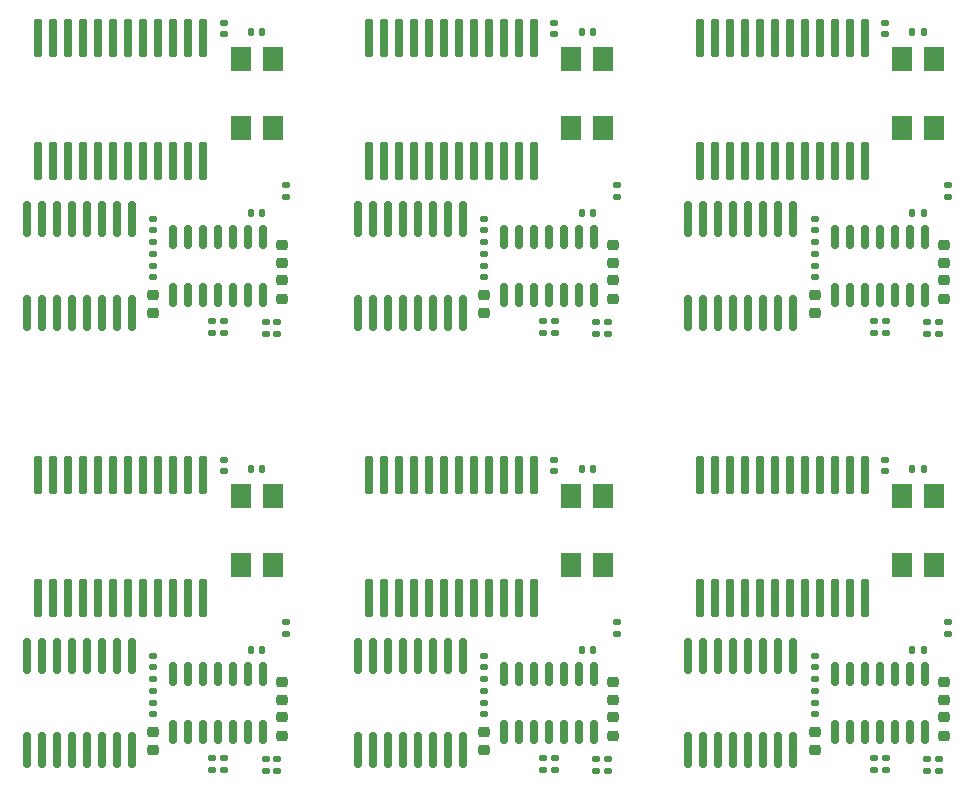
<source format=gtp>
G04 #@! TF.GenerationSoftware,KiCad,Pcbnew,8.0.8*
G04 #@! TF.CreationDate,2025-02-10T00:15:00+01:00*
G04 #@! TF.ProjectId,opl3module,6f706c33-6d6f-4647-956c-652e6b696361,1.2*
G04 #@! TF.SameCoordinates,Original*
G04 #@! TF.FileFunction,Paste,Top*
G04 #@! TF.FilePolarity,Positive*
%FSLAX46Y46*%
G04 Gerber Fmt 4.6, Leading zero omitted, Abs format (unit mm)*
G04 Created by KiCad (PCBNEW 8.0.8) date 2025-02-10 00:15:00*
%MOMM*%
%LPD*%
G01*
G04 APERTURE LIST*
G04 Aperture macros list*
%AMRoundRect*
0 Rectangle with rounded corners*
0 $1 Rounding radius*
0 $2 $3 $4 $5 $6 $7 $8 $9 X,Y pos of 4 corners*
0 Add a 4 corners polygon primitive as box body*
4,1,4,$2,$3,$4,$5,$6,$7,$8,$9,$2,$3,0*
0 Add four circle primitives for the rounded corners*
1,1,$1+$1,$2,$3*
1,1,$1+$1,$4,$5*
1,1,$1+$1,$6,$7*
1,1,$1+$1,$8,$9*
0 Add four rect primitives between the rounded corners*
20,1,$1+$1,$2,$3,$4,$5,0*
20,1,$1+$1,$4,$5,$6,$7,0*
20,1,$1+$1,$6,$7,$8,$9,0*
20,1,$1+$1,$8,$9,$2,$3,0*%
G04 Aperture macros list end*
%ADD10R,1.700000X2.100000*%
%ADD11RoundRect,0.140000X0.170000X-0.140000X0.170000X0.140000X-0.170000X0.140000X-0.170000X-0.140000X0*%
%ADD12RoundRect,0.225000X0.250000X-0.225000X0.250000X0.225000X-0.250000X0.225000X-0.250000X-0.225000X0*%
%ADD13RoundRect,0.135000X-0.185000X0.135000X-0.185000X-0.135000X0.185000X-0.135000X0.185000X0.135000X0*%
%ADD14RoundRect,0.140000X0.140000X0.170000X-0.140000X0.170000X-0.140000X-0.170000X0.140000X-0.170000X0*%
%ADD15RoundRect,0.162500X-0.162500X1.462500X-0.162500X-1.462500X0.162500X-1.462500X0.162500X1.462500X0*%
%ADD16RoundRect,0.162500X-0.162500X1.337500X-0.162500X-1.337500X0.162500X-1.337500X0.162500X1.337500X0*%
%ADD17RoundRect,0.135000X0.185000X-0.135000X0.185000X0.135000X-0.185000X0.135000X-0.185000X-0.135000X0*%
%ADD18RoundRect,0.225000X-0.250000X0.225000X-0.250000X-0.225000X0.250000X-0.225000X0.250000X0.225000X0*%
%ADD19RoundRect,0.150000X-0.150000X0.825000X-0.150000X-0.825000X0.150000X-0.825000X0.150000X0.825000X0*%
G04 APERTURE END LIST*
D10*
X86150000Y-56780000D03*
X86150000Y-62680000D03*
X88850000Y-62680000D03*
X88850000Y-56780000D03*
X86150000Y-19780000D03*
X86150000Y-25680000D03*
X88850000Y-25680000D03*
X88850000Y-19780000D03*
X58150000Y-56780000D03*
X58150000Y-62680000D03*
X60850000Y-62680000D03*
X60850000Y-56780000D03*
X58150000Y-19780000D03*
X58150000Y-25680000D03*
X60850000Y-25680000D03*
X60850000Y-19780000D03*
X30150000Y-56780000D03*
X30150000Y-62680000D03*
X32850000Y-62680000D03*
X32850000Y-56780000D03*
X30150000Y-19780000D03*
X30150000Y-25680000D03*
X32850000Y-25680000D03*
X32850000Y-19780000D03*
D11*
X22750000Y-34315000D03*
X22750000Y-33355000D03*
D12*
X78750000Y-78310000D03*
X78750000Y-76760000D03*
D13*
X89250000Y-42075000D03*
X89250000Y-43095000D03*
D11*
X84700000Y-54710000D03*
X84700000Y-53750000D03*
D12*
X22750000Y-78310000D03*
X22750000Y-76760000D03*
D13*
X89250000Y-79075000D03*
X89250000Y-80095000D03*
D12*
X89660000Y-40110000D03*
X89660000Y-38560000D03*
D14*
X59980000Y-32835000D03*
X59020000Y-32835000D03*
D12*
X61660000Y-40110000D03*
X61660000Y-38560000D03*
D15*
X54985000Y-55005000D03*
X53715000Y-55005000D03*
X52445000Y-55005000D03*
X51175000Y-55005000D03*
X49905000Y-55005000D03*
X48635000Y-55005000D03*
X47365000Y-55005000D03*
X46095000Y-55005000D03*
X44825000Y-55005000D03*
X43555000Y-55005000D03*
X42285000Y-55005000D03*
X41015000Y-55005000D03*
X41015000Y-65455000D03*
X42285000Y-65455000D03*
X43555000Y-65455000D03*
X44825000Y-65455000D03*
X46095000Y-65455000D03*
X47365000Y-65455000D03*
X48635000Y-65455000D03*
X49905000Y-65455000D03*
X51175000Y-65455000D03*
X52445000Y-65455000D03*
X53715000Y-65455000D03*
X54985000Y-65455000D03*
D11*
X22750000Y-71315000D03*
X22750000Y-70355000D03*
X78750000Y-75315000D03*
X78750000Y-74355000D03*
D13*
X33250000Y-42075000D03*
X33250000Y-43095000D03*
D14*
X59980000Y-17500000D03*
X59020000Y-17500000D03*
D11*
X56700000Y-54710000D03*
X56700000Y-53750000D03*
D13*
X61250000Y-79075000D03*
X61250000Y-80095000D03*
D14*
X87980000Y-32835000D03*
X87020000Y-32835000D03*
X87980000Y-54500000D03*
X87020000Y-54500000D03*
X31980000Y-54500000D03*
X31020000Y-54500000D03*
D15*
X26985000Y-55005000D03*
X25715000Y-55005000D03*
X24445000Y-55005000D03*
X23175000Y-55005000D03*
X21905000Y-55005000D03*
X20635000Y-55005000D03*
X19365000Y-55005000D03*
X18095000Y-55005000D03*
X16825000Y-55005000D03*
X15555000Y-55005000D03*
X14285000Y-55005000D03*
X13015000Y-55005000D03*
X13015000Y-65455000D03*
X14285000Y-65455000D03*
X15555000Y-65455000D03*
X16825000Y-65455000D03*
X18095000Y-65455000D03*
X19365000Y-65455000D03*
X20635000Y-65455000D03*
X21905000Y-65455000D03*
X23175000Y-65455000D03*
X24445000Y-65455000D03*
X25715000Y-65455000D03*
X26985000Y-65455000D03*
D11*
X84700000Y-17710000D03*
X84700000Y-16750000D03*
D13*
X55750000Y-41975000D03*
X55750000Y-42995000D03*
X50750000Y-35325000D03*
X50750000Y-36345000D03*
X50750000Y-72325000D03*
X50750000Y-73345000D03*
D16*
X48945000Y-33385000D03*
X47675000Y-33385000D03*
X46405000Y-33385000D03*
X45135000Y-33385000D03*
X43865000Y-33385000D03*
X42595000Y-33385000D03*
X41325000Y-33385000D03*
X40055000Y-33385000D03*
X40055000Y-41285000D03*
X41325000Y-41285000D03*
X42595000Y-41285000D03*
X43865000Y-41285000D03*
X45135000Y-41285000D03*
X46405000Y-41285000D03*
X47675000Y-41285000D03*
X48945000Y-41285000D03*
D13*
X90000000Y-67470000D03*
X90000000Y-68490000D03*
D17*
X88250000Y-43095000D03*
X88250000Y-42075000D03*
D15*
X82985000Y-18005000D03*
X81715000Y-18005000D03*
X80445000Y-18005000D03*
X79175000Y-18005000D03*
X77905000Y-18005000D03*
X76635000Y-18005000D03*
X75365000Y-18005000D03*
X74095000Y-18005000D03*
X72825000Y-18005000D03*
X71555000Y-18005000D03*
X70285000Y-18005000D03*
X69015000Y-18005000D03*
X69015000Y-28455000D03*
X70285000Y-28455000D03*
X71555000Y-28455000D03*
X72825000Y-28455000D03*
X74095000Y-28455000D03*
X75365000Y-28455000D03*
X76635000Y-28455000D03*
X77905000Y-28455000D03*
X79175000Y-28455000D03*
X80445000Y-28455000D03*
X81715000Y-28455000D03*
X82985000Y-28455000D03*
D18*
X61660000Y-72535000D03*
X61660000Y-74085000D03*
D17*
X60250000Y-43095000D03*
X60250000Y-42075000D03*
D13*
X22750000Y-35325000D03*
X22750000Y-36345000D03*
D11*
X50750000Y-71315000D03*
X50750000Y-70355000D03*
D14*
X87980000Y-17500000D03*
X87020000Y-17500000D03*
D11*
X50750000Y-38315000D03*
X50750000Y-37355000D03*
D15*
X54985000Y-18005000D03*
X53715000Y-18005000D03*
X52445000Y-18005000D03*
X51175000Y-18005000D03*
X49905000Y-18005000D03*
X48635000Y-18005000D03*
X47365000Y-18005000D03*
X46095000Y-18005000D03*
X44825000Y-18005000D03*
X43555000Y-18005000D03*
X42285000Y-18005000D03*
X41015000Y-18005000D03*
X41015000Y-28455000D03*
X42285000Y-28455000D03*
X43555000Y-28455000D03*
X44825000Y-28455000D03*
X46095000Y-28455000D03*
X47365000Y-28455000D03*
X48635000Y-28455000D03*
X49905000Y-28455000D03*
X51175000Y-28455000D03*
X52445000Y-28455000D03*
X53715000Y-28455000D03*
X54985000Y-28455000D03*
D11*
X28700000Y-54710000D03*
X28700000Y-53750000D03*
D13*
X22750000Y-72325000D03*
X22750000Y-73345000D03*
D17*
X56750000Y-79995000D03*
X56750000Y-78975000D03*
D16*
X76945000Y-70385000D03*
X75675000Y-70385000D03*
X74405000Y-70385000D03*
X73135000Y-70385000D03*
X71865000Y-70385000D03*
X70595000Y-70385000D03*
X69325000Y-70385000D03*
X68055000Y-70385000D03*
X68055000Y-78285000D03*
X69325000Y-78285000D03*
X70595000Y-78285000D03*
X71865000Y-78285000D03*
X73135000Y-78285000D03*
X74405000Y-78285000D03*
X75675000Y-78285000D03*
X76945000Y-78285000D03*
D17*
X84750000Y-42995000D03*
X84750000Y-41975000D03*
D14*
X59980000Y-54500000D03*
X59020000Y-54500000D03*
D17*
X32250000Y-43095000D03*
X32250000Y-42075000D03*
D12*
X78750000Y-41310000D03*
X78750000Y-39760000D03*
D11*
X50750000Y-75315000D03*
X50750000Y-74355000D03*
D13*
X62000000Y-67470000D03*
X62000000Y-68490000D03*
D11*
X22750000Y-75315000D03*
X22750000Y-74355000D03*
X78750000Y-34315000D03*
X78750000Y-33355000D03*
D13*
X34000000Y-67470000D03*
X34000000Y-68490000D03*
D18*
X61660000Y-35535000D03*
X61660000Y-37085000D03*
D11*
X22750000Y-38315000D03*
X22750000Y-37355000D03*
D19*
X88060000Y-39810000D03*
X86790000Y-39810000D03*
X85520000Y-39810000D03*
X84250000Y-39810000D03*
X82980000Y-39810000D03*
X81710000Y-39810000D03*
X80440000Y-39810000D03*
X80440000Y-34860000D03*
X81710000Y-34860000D03*
X82980000Y-34860000D03*
X84250000Y-34860000D03*
X85520000Y-34860000D03*
X86790000Y-34860000D03*
X88060000Y-34860000D03*
D11*
X28700000Y-17710000D03*
X28700000Y-16750000D03*
D18*
X89660000Y-72535000D03*
X89660000Y-74085000D03*
D17*
X32250000Y-80095000D03*
X32250000Y-79075000D03*
D13*
X33250000Y-79075000D03*
X33250000Y-80095000D03*
D15*
X26985000Y-18005000D03*
X25715000Y-18005000D03*
X24445000Y-18005000D03*
X23175000Y-18005000D03*
X21905000Y-18005000D03*
X20635000Y-18005000D03*
X19365000Y-18005000D03*
X18095000Y-18005000D03*
X16825000Y-18005000D03*
X15555000Y-18005000D03*
X14285000Y-18005000D03*
X13015000Y-18005000D03*
X13015000Y-28455000D03*
X14285000Y-28455000D03*
X15555000Y-28455000D03*
X16825000Y-28455000D03*
X18095000Y-28455000D03*
X19365000Y-28455000D03*
X20635000Y-28455000D03*
X21905000Y-28455000D03*
X23175000Y-28455000D03*
X24445000Y-28455000D03*
X25715000Y-28455000D03*
X26985000Y-28455000D03*
D13*
X78750000Y-72325000D03*
X78750000Y-73345000D03*
D19*
X60060000Y-39810000D03*
X58790000Y-39810000D03*
X57520000Y-39810000D03*
X56250000Y-39810000D03*
X54980000Y-39810000D03*
X53710000Y-39810000D03*
X52440000Y-39810000D03*
X52440000Y-34860000D03*
X53710000Y-34860000D03*
X54980000Y-34860000D03*
X56250000Y-34860000D03*
X57520000Y-34860000D03*
X58790000Y-34860000D03*
X60060000Y-34860000D03*
D13*
X27750000Y-78975000D03*
X27750000Y-79995000D03*
D17*
X84750000Y-79995000D03*
X84750000Y-78975000D03*
D18*
X33660000Y-35535000D03*
X33660000Y-37085000D03*
D17*
X60250000Y-80095000D03*
X60250000Y-79075000D03*
D14*
X31020000Y-17500000D03*
X31980000Y-17500000D03*
D18*
X33660000Y-72535000D03*
X33660000Y-74085000D03*
D13*
X62000000Y-30470000D03*
X62000000Y-31490000D03*
D14*
X31980000Y-69835000D03*
X31020000Y-69835000D03*
D13*
X34000000Y-30470000D03*
X34000000Y-31490000D03*
D11*
X50750000Y-34315000D03*
X50750000Y-33355000D03*
D19*
X88060000Y-76810000D03*
X86790000Y-76810000D03*
X85520000Y-76810000D03*
X84250000Y-76810000D03*
X82980000Y-76810000D03*
X81710000Y-76810000D03*
X80440000Y-76810000D03*
X80440000Y-71860000D03*
X81710000Y-71860000D03*
X82980000Y-71860000D03*
X84250000Y-71860000D03*
X85520000Y-71860000D03*
X86790000Y-71860000D03*
X88060000Y-71860000D03*
X60060000Y-76810000D03*
X58790000Y-76810000D03*
X57520000Y-76810000D03*
X56250000Y-76810000D03*
X54980000Y-76810000D03*
X53710000Y-76810000D03*
X52440000Y-76810000D03*
X52440000Y-71860000D03*
X53710000Y-71860000D03*
X54980000Y-71860000D03*
X56250000Y-71860000D03*
X57520000Y-71860000D03*
X58790000Y-71860000D03*
X60060000Y-71860000D03*
D12*
X61660000Y-77110000D03*
X61660000Y-75560000D03*
D19*
X32060000Y-76810000D03*
X30790000Y-76810000D03*
X29520000Y-76810000D03*
X28250000Y-76810000D03*
X26980000Y-76810000D03*
X25710000Y-76810000D03*
X24440000Y-76810000D03*
X24440000Y-71860000D03*
X25710000Y-71860000D03*
X26980000Y-71860000D03*
X28250000Y-71860000D03*
X29520000Y-71860000D03*
X30790000Y-71860000D03*
X32060000Y-71860000D03*
D11*
X56700000Y-17710000D03*
X56700000Y-16750000D03*
D17*
X28750000Y-79995000D03*
X28750000Y-78975000D03*
D12*
X33660000Y-40110000D03*
X33660000Y-38560000D03*
D13*
X55750000Y-78975000D03*
X55750000Y-79995000D03*
X90000000Y-30470000D03*
X90000000Y-31490000D03*
X83750000Y-41975000D03*
X83750000Y-42995000D03*
D14*
X87980000Y-69835000D03*
X87020000Y-69835000D03*
D17*
X88250000Y-80095000D03*
X88250000Y-79075000D03*
D12*
X50750000Y-78310000D03*
X50750000Y-76760000D03*
D16*
X20945000Y-33385000D03*
X19675000Y-33385000D03*
X18405000Y-33385000D03*
X17135000Y-33385000D03*
X15865000Y-33385000D03*
X14595000Y-33385000D03*
X13325000Y-33385000D03*
X12055000Y-33385000D03*
X12055000Y-41285000D03*
X13325000Y-41285000D03*
X14595000Y-41285000D03*
X15865000Y-41285000D03*
X17135000Y-41285000D03*
X18405000Y-41285000D03*
X19675000Y-41285000D03*
X20945000Y-41285000D03*
D14*
X59980000Y-69835000D03*
X59020000Y-69835000D03*
D15*
X82985000Y-55005000D03*
X81715000Y-55005000D03*
X80445000Y-55005000D03*
X79175000Y-55005000D03*
X77905000Y-55005000D03*
X76635000Y-55005000D03*
X75365000Y-55005000D03*
X74095000Y-55005000D03*
X72825000Y-55005000D03*
X71555000Y-55005000D03*
X70285000Y-55005000D03*
X69015000Y-55005000D03*
X69015000Y-65455000D03*
X70285000Y-65455000D03*
X71555000Y-65455000D03*
X72825000Y-65455000D03*
X74095000Y-65455000D03*
X75365000Y-65455000D03*
X76635000Y-65455000D03*
X77905000Y-65455000D03*
X79175000Y-65455000D03*
X80445000Y-65455000D03*
X81715000Y-65455000D03*
X82985000Y-65455000D03*
D16*
X20945000Y-70385000D03*
X19675000Y-70385000D03*
X18405000Y-70385000D03*
X17135000Y-70385000D03*
X15865000Y-70385000D03*
X14595000Y-70385000D03*
X13325000Y-70385000D03*
X12055000Y-70385000D03*
X12055000Y-78285000D03*
X13325000Y-78285000D03*
X14595000Y-78285000D03*
X15865000Y-78285000D03*
X17135000Y-78285000D03*
X18405000Y-78285000D03*
X19675000Y-78285000D03*
X20945000Y-78285000D03*
D13*
X78750000Y-35325000D03*
X78750000Y-36345000D03*
X83750000Y-78975000D03*
X83750000Y-79995000D03*
D18*
X89660000Y-35535000D03*
X89660000Y-37085000D03*
D16*
X76945000Y-33385000D03*
X75675000Y-33385000D03*
X74405000Y-33385000D03*
X73135000Y-33385000D03*
X71865000Y-33385000D03*
X70595000Y-33385000D03*
X69325000Y-33385000D03*
X68055000Y-33385000D03*
X68055000Y-41285000D03*
X69325000Y-41285000D03*
X70595000Y-41285000D03*
X71865000Y-41285000D03*
X73135000Y-41285000D03*
X74405000Y-41285000D03*
X75675000Y-41285000D03*
X76945000Y-41285000D03*
D14*
X31980000Y-32835000D03*
X31020000Y-32835000D03*
D16*
X48945000Y-70385000D03*
X47675000Y-70385000D03*
X46405000Y-70385000D03*
X45135000Y-70385000D03*
X43865000Y-70385000D03*
X42595000Y-70385000D03*
X41325000Y-70385000D03*
X40055000Y-70385000D03*
X40055000Y-78285000D03*
X41325000Y-78285000D03*
X42595000Y-78285000D03*
X43865000Y-78285000D03*
X45135000Y-78285000D03*
X46405000Y-78285000D03*
X47675000Y-78285000D03*
X48945000Y-78285000D03*
D11*
X78750000Y-71315000D03*
X78750000Y-70355000D03*
D13*
X27750000Y-41975000D03*
X27750000Y-42995000D03*
D17*
X28750000Y-42995000D03*
X28750000Y-41975000D03*
D13*
X61250000Y-42075000D03*
X61250000Y-43095000D03*
D12*
X50750000Y-41310000D03*
X50750000Y-39760000D03*
X33660000Y-77110000D03*
X33660000Y-75560000D03*
D17*
X56750000Y-42995000D03*
X56750000Y-41975000D03*
D11*
X78750000Y-38315000D03*
X78750000Y-37355000D03*
D12*
X89660000Y-77110000D03*
X89660000Y-75560000D03*
D19*
X32060000Y-39810000D03*
X30790000Y-39810000D03*
X29520000Y-39810000D03*
X28250000Y-39810000D03*
X26980000Y-39810000D03*
X25710000Y-39810000D03*
X24440000Y-39810000D03*
X24440000Y-34860000D03*
X25710000Y-34860000D03*
X26980000Y-34860000D03*
X28250000Y-34860000D03*
X29520000Y-34860000D03*
X30790000Y-34860000D03*
X32060000Y-34860000D03*
D12*
X22750000Y-41310000D03*
X22750000Y-39760000D03*
M02*

</source>
